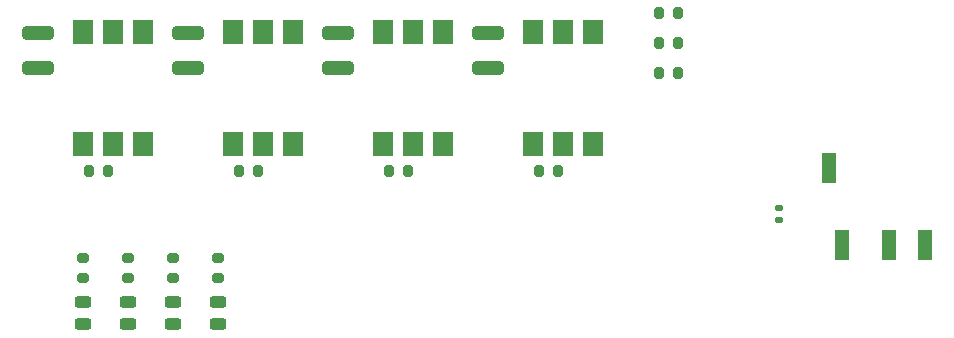
<source format=gbr>
%TF.GenerationSoftware,KiCad,Pcbnew,(7.0.0)*%
%TF.CreationDate,2024-03-10T18:27:09+01:00*%
%TF.ProjectId,bed-smart-plug,6265642d-736d-4617-9274-2d706c75672e,rev?*%
%TF.SameCoordinates,Original*%
%TF.FileFunction,Paste,Top*%
%TF.FilePolarity,Positive*%
%FSLAX46Y46*%
G04 Gerber Fmt 4.6, Leading zero omitted, Abs format (unit mm)*
G04 Created by KiCad (PCBNEW (7.0.0)) date 2024-03-10 18:27:09*
%MOMM*%
%LPD*%
G01*
G04 APERTURE LIST*
G04 Aperture macros list*
%AMRoundRect*
0 Rectangle with rounded corners*
0 $1 Rounding radius*
0 $2 $3 $4 $5 $6 $7 $8 $9 X,Y pos of 4 corners*
0 Add a 4 corners polygon primitive as box body*
4,1,4,$2,$3,$4,$5,$6,$7,$8,$9,$2,$3,0*
0 Add four circle primitives for the rounded corners*
1,1,$1+$1,$2,$3*
1,1,$1+$1,$4,$5*
1,1,$1+$1,$6,$7*
1,1,$1+$1,$8,$9*
0 Add four rect primitives between the rounded corners*
20,1,$1+$1,$2,$3,$4,$5,0*
20,1,$1+$1,$4,$5,$6,$7,0*
20,1,$1+$1,$6,$7,$8,$9,0*
20,1,$1+$1,$8,$9,$2,$3,0*%
G04 Aperture macros list end*
%ADD10RoundRect,0.243750X0.456250X-0.243750X0.456250X0.243750X-0.456250X0.243750X-0.456250X-0.243750X0*%
%ADD11RoundRect,0.250000X1.075000X-0.312500X1.075000X0.312500X-1.075000X0.312500X-1.075000X-0.312500X0*%
%ADD12RoundRect,0.200000X-0.200000X-0.275000X0.200000X-0.275000X0.200000X0.275000X-0.200000X0.275000X0*%
%ADD13R,1.200000X2.500000*%
%ADD14R,1.780000X2.000000*%
%ADD15RoundRect,0.135000X0.185000X-0.135000X0.185000X0.135000X-0.185000X0.135000X-0.185000X-0.135000X0*%
%ADD16RoundRect,0.200000X-0.275000X0.200000X-0.275000X-0.200000X0.275000X-0.200000X0.275000X0.200000X0*%
G04 APERTURE END LIST*
D10*
%TO.C,D4*%
X160970000Y-92867500D03*
X160970000Y-90992500D03*
%TD*%
%TO.C,D1*%
X149540000Y-92867500D03*
X149540000Y-90992500D03*
%TD*%
D11*
%TO.C,R14*%
X158430000Y-71167500D03*
X158430000Y-68242500D03*
%TD*%
D12*
%TO.C,R3*%
X198245000Y-69070000D03*
X199895000Y-69070000D03*
%TD*%
%TO.C,R9*%
X149985000Y-79865000D03*
X151635000Y-79865000D03*
%TD*%
D10*
%TO.C,D3*%
X157160000Y-92867500D03*
X157160000Y-90992500D03*
%TD*%
D11*
%TO.C,R15*%
X171130000Y-71167500D03*
X171130000Y-68242500D03*
%TD*%
D12*
%TO.C,R10*%
X162685000Y-79865000D03*
X164335000Y-79865000D03*
%TD*%
D13*
%TO.C,J1*%
X217762999Y-86169999D03*
X220762999Y-86169999D03*
X212662999Y-79669999D03*
X213762999Y-86169999D03*
%TD*%
D14*
%TO.C,U5*%
X174939999Y-77644999D03*
X177479999Y-77644999D03*
X180019999Y-77644999D03*
X180019999Y-68114999D03*
X177479999Y-68114999D03*
X174939999Y-68114999D03*
%TD*%
D10*
%TO.C,D2*%
X153350000Y-92867500D03*
X153350000Y-90992500D03*
%TD*%
D12*
%TO.C,R11*%
X175385000Y-79865000D03*
X177035000Y-79865000D03*
%TD*%
%TO.C,R4*%
X198245000Y-71610000D03*
X199895000Y-71610000D03*
%TD*%
D11*
%TO.C,R16*%
X183830000Y-71167500D03*
X183830000Y-68242500D03*
%TD*%
D14*
%TO.C,U6*%
X187639999Y-77644999D03*
X190179999Y-77644999D03*
X192719999Y-77644999D03*
X192719999Y-68114999D03*
X190179999Y-68114999D03*
X187639999Y-68114999D03*
%TD*%
D15*
%TO.C,R1*%
X208400000Y-84060000D03*
X208400000Y-83040000D03*
%TD*%
D12*
%TO.C,R2*%
X198245000Y-66530000D03*
X199895000Y-66530000D03*
%TD*%
D11*
%TO.C,R13*%
X145730000Y-71167500D03*
X145730000Y-68242500D03*
%TD*%
D16*
%TO.C,R8*%
X160970000Y-87295000D03*
X160970000Y-88945000D03*
%TD*%
D12*
%TO.C,R12*%
X188085000Y-79865000D03*
X189735000Y-79865000D03*
%TD*%
D16*
%TO.C,R6*%
X153350000Y-87295000D03*
X153350000Y-88945000D03*
%TD*%
%TO.C,R7*%
X157160000Y-87295000D03*
X157160000Y-88945000D03*
%TD*%
%TO.C,R5*%
X149540000Y-87295000D03*
X149540000Y-88945000D03*
%TD*%
D14*
%TO.C,U4*%
X162239999Y-77644999D03*
X164779999Y-77644999D03*
X167319999Y-77644999D03*
X167319999Y-68114999D03*
X164779999Y-68114999D03*
X162239999Y-68114999D03*
%TD*%
%TO.C,U3*%
X149539999Y-77644999D03*
X152079999Y-77644999D03*
X154619999Y-77644999D03*
X154619999Y-68114999D03*
X152079999Y-68114999D03*
X149539999Y-68114999D03*
%TD*%
M02*

</source>
